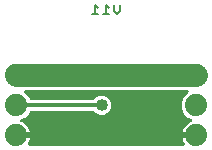
<source format=gbr>
G04 EAGLE Gerber RS-274X export*
G75*
%MOMM*%
%FSLAX34Y34*%
%LPD*%
%INBottom Copper*%
%IPPOS*%
%AMOC8*
5,1,8,0,0,1.08239X$1,22.5*%
G01*
%ADD10C,0.203200*%
%ADD11C,1.879600*%
%ADD12C,1.905000*%
%ADD13C,1.016000*%
%ADD14C,0.304800*%

G36*
X154165Y4070D02*
X154165Y4070D01*
X154205Y4067D01*
X154323Y4090D01*
X154441Y4105D01*
X154478Y4119D01*
X154517Y4127D01*
X154626Y4178D01*
X154737Y4222D01*
X154769Y4245D01*
X154805Y4262D01*
X154897Y4338D01*
X154994Y4408D01*
X155020Y4439D01*
X155050Y4464D01*
X155121Y4561D01*
X155197Y4653D01*
X155214Y4689D01*
X155238Y4722D01*
X155282Y4833D01*
X155333Y4941D01*
X155340Y4980D01*
X155355Y5017D01*
X155370Y5136D01*
X155392Y5253D01*
X155390Y5293D01*
X155395Y5333D01*
X155380Y5452D01*
X155373Y5571D01*
X155360Y5609D01*
X155355Y5648D01*
X155312Y5760D01*
X155275Y5873D01*
X155253Y5907D01*
X155239Y5944D01*
X155153Y6080D01*
X154889Y6443D01*
X154036Y8117D01*
X153455Y9904D01*
X153415Y10161D01*
X163830Y10161D01*
X163948Y10176D01*
X164067Y10183D01*
X164105Y10196D01*
X164145Y10201D01*
X164256Y10244D01*
X164369Y10281D01*
X164403Y10303D01*
X164441Y10318D01*
X164537Y10388D01*
X164638Y10451D01*
X164666Y10481D01*
X164698Y10504D01*
X164774Y10596D01*
X164856Y10683D01*
X164875Y10718D01*
X164901Y10749D01*
X164952Y10857D01*
X165009Y10961D01*
X165020Y11001D01*
X165037Y11037D01*
X165059Y11154D01*
X165089Y11269D01*
X165093Y11330D01*
X165097Y11350D01*
X165095Y11370D01*
X165099Y11430D01*
X165099Y13970D01*
X165084Y14088D01*
X165077Y14207D01*
X165064Y14245D01*
X165059Y14285D01*
X165015Y14396D01*
X164979Y14509D01*
X164957Y14544D01*
X164942Y14581D01*
X164872Y14677D01*
X164809Y14778D01*
X164779Y14806D01*
X164755Y14839D01*
X164664Y14914D01*
X164577Y14996D01*
X164542Y15016D01*
X164510Y15041D01*
X164403Y15092D01*
X164298Y15150D01*
X164259Y15160D01*
X164223Y15177D01*
X164106Y15199D01*
X163991Y15229D01*
X163930Y15233D01*
X163910Y15237D01*
X163890Y15235D01*
X163830Y15239D01*
X153415Y15239D01*
X153455Y15496D01*
X154036Y17283D01*
X154889Y18957D01*
X155994Y20478D01*
X157322Y21806D01*
X158843Y22911D01*
X160517Y23764D01*
X160982Y23915D01*
X161009Y23928D01*
X161038Y23935D01*
X161153Y23995D01*
X161270Y24050D01*
X161293Y24069D01*
X161319Y24083D01*
X161415Y24171D01*
X161515Y24253D01*
X161532Y24277D01*
X161554Y24297D01*
X161625Y24406D01*
X161702Y24510D01*
X161713Y24538D01*
X161729Y24563D01*
X161771Y24685D01*
X161819Y24806D01*
X161823Y24836D01*
X161832Y24864D01*
X161843Y24993D01*
X161859Y25122D01*
X161855Y25151D01*
X161858Y25181D01*
X161835Y25309D01*
X161819Y25437D01*
X161808Y25465D01*
X161803Y25494D01*
X161750Y25612D01*
X161702Y25733D01*
X161685Y25757D01*
X161673Y25784D01*
X161592Y25885D01*
X161516Y25990D01*
X161493Y26009D01*
X161474Y26033D01*
X161371Y26110D01*
X161271Y26193D01*
X161244Y26206D01*
X161220Y26224D01*
X161075Y26295D01*
X158050Y27548D01*
X154548Y31050D01*
X152653Y35624D01*
X152653Y40576D01*
X154548Y45150D01*
X158157Y48760D01*
X158242Y48869D01*
X158331Y48976D01*
X158340Y48995D01*
X158352Y49011D01*
X158408Y49139D01*
X158467Y49264D01*
X158470Y49284D01*
X158478Y49303D01*
X158500Y49441D01*
X158526Y49577D01*
X158525Y49597D01*
X158528Y49617D01*
X158515Y49756D01*
X158507Y49894D01*
X158500Y49913D01*
X158499Y49933D01*
X158451Y50065D01*
X158409Y50196D01*
X158398Y50214D01*
X158391Y50233D01*
X158313Y50348D01*
X158238Y50465D01*
X158224Y50479D01*
X158212Y50496D01*
X158108Y50588D01*
X158007Y50683D01*
X157989Y50693D01*
X157974Y50706D01*
X157850Y50770D01*
X157728Y50837D01*
X157709Y50842D01*
X157691Y50851D01*
X157555Y50881D01*
X157420Y50916D01*
X157392Y50918D01*
X157380Y50921D01*
X157360Y50920D01*
X157260Y50926D01*
X20540Y50926D01*
X20403Y50909D01*
X20264Y50896D01*
X20245Y50889D01*
X20225Y50886D01*
X20096Y50835D01*
X19965Y50788D01*
X19948Y50777D01*
X19929Y50769D01*
X19817Y50688D01*
X19702Y50610D01*
X19688Y50594D01*
X19672Y50583D01*
X19583Y50475D01*
X19491Y50371D01*
X19482Y50353D01*
X19469Y50338D01*
X19410Y50212D01*
X19346Y50088D01*
X19342Y50068D01*
X19333Y50050D01*
X19307Y49914D01*
X19277Y49778D01*
X19277Y49757D01*
X19274Y49738D01*
X19282Y49599D01*
X19286Y49460D01*
X19292Y49440D01*
X19293Y49420D01*
X19336Y49288D01*
X19375Y49154D01*
X19385Y49137D01*
X19391Y49118D01*
X19466Y49000D01*
X19536Y48880D01*
X19555Y48859D01*
X19562Y48849D01*
X19577Y48835D01*
X19643Y48760D01*
X23252Y45150D01*
X23912Y43558D01*
X23926Y43532D01*
X23935Y43504D01*
X24005Y43394D01*
X24069Y43282D01*
X24090Y43260D01*
X24105Y43235D01*
X24200Y43147D01*
X24290Y43053D01*
X24316Y43038D01*
X24337Y43018D01*
X24451Y42955D01*
X24561Y42887D01*
X24590Y42878D01*
X24616Y42864D01*
X24741Y42832D01*
X24865Y42793D01*
X24895Y42792D01*
X24923Y42785D01*
X25084Y42774D01*
X77565Y42774D01*
X77663Y42787D01*
X77762Y42790D01*
X77820Y42807D01*
X77881Y42814D01*
X77973Y42851D01*
X78068Y42878D01*
X78120Y42909D01*
X78176Y42931D01*
X78256Y42989D01*
X78342Y43040D01*
X78417Y43106D01*
X78434Y43118D01*
X78441Y43127D01*
X78463Y43146D01*
X80409Y45093D01*
X83397Y46330D01*
X86631Y46330D01*
X89618Y45093D01*
X91905Y42806D01*
X93143Y39819D01*
X93143Y36585D01*
X91905Y33597D01*
X89618Y31310D01*
X86631Y30073D01*
X83397Y30073D01*
X80409Y31310D01*
X78463Y33257D01*
X78384Y33318D01*
X78312Y33386D01*
X78259Y33415D01*
X78211Y33452D01*
X78120Y33491D01*
X78034Y33539D01*
X77975Y33554D01*
X77919Y33578D01*
X77821Y33594D01*
X77726Y33619D01*
X77626Y33625D01*
X77605Y33628D01*
X77593Y33627D01*
X77565Y33629D01*
X25168Y33629D01*
X25139Y33625D01*
X25110Y33628D01*
X24981Y33605D01*
X24853Y33589D01*
X24825Y33578D01*
X24796Y33573D01*
X24678Y33520D01*
X24557Y33472D01*
X24533Y33455D01*
X24506Y33443D01*
X24405Y33361D01*
X24300Y33285D01*
X24281Y33262D01*
X24258Y33244D01*
X24180Y33140D01*
X24097Y33040D01*
X24084Y33013D01*
X24067Y32990D01*
X23996Y32845D01*
X23252Y31050D01*
X19750Y27548D01*
X16725Y26295D01*
X16699Y26280D01*
X16670Y26271D01*
X16561Y26202D01*
X16448Y26137D01*
X16427Y26116D01*
X16402Y26100D01*
X16313Y26006D01*
X16220Y25916D01*
X16204Y25890D01*
X16184Y25869D01*
X16121Y25755D01*
X16054Y25645D01*
X16045Y25616D01*
X16031Y25590D01*
X15998Y25464D01*
X15960Y25341D01*
X15959Y25311D01*
X15951Y25282D01*
X15951Y25152D01*
X15945Y25023D01*
X15951Y24994D01*
X15951Y24964D01*
X15983Y24838D01*
X16009Y24712D01*
X16022Y24685D01*
X16030Y24656D01*
X16092Y24542D01*
X16149Y24426D01*
X16168Y24403D01*
X16183Y24377D01*
X16271Y24282D01*
X16355Y24184D01*
X16380Y24167D01*
X16400Y24145D01*
X16509Y24076D01*
X16615Y24001D01*
X16643Y23990D01*
X16669Y23974D01*
X16818Y23915D01*
X17283Y23764D01*
X18957Y22911D01*
X20478Y21806D01*
X21806Y20478D01*
X22911Y18957D01*
X23764Y17283D01*
X24345Y15496D01*
X24385Y15239D01*
X13970Y15239D01*
X13852Y15224D01*
X13733Y15217D01*
X13695Y15204D01*
X13655Y15199D01*
X13544Y15156D01*
X13431Y15119D01*
X13397Y15097D01*
X13359Y15082D01*
X13263Y15012D01*
X13162Y14949D01*
X13134Y14919D01*
X13102Y14895D01*
X13026Y14804D01*
X12944Y14717D01*
X12925Y14682D01*
X12899Y14651D01*
X12848Y14543D01*
X12791Y14439D01*
X12780Y14399D01*
X12763Y14363D01*
X12741Y14246D01*
X12711Y14131D01*
X12707Y14070D01*
X12703Y14050D01*
X12705Y14030D01*
X12701Y13970D01*
X12701Y11430D01*
X12716Y11312D01*
X12723Y11193D01*
X12736Y11155D01*
X12741Y11114D01*
X12785Y11004D01*
X12821Y10891D01*
X12843Y10856D01*
X12858Y10819D01*
X12928Y10723D01*
X12991Y10622D01*
X13021Y10594D01*
X13045Y10561D01*
X13136Y10486D01*
X13223Y10404D01*
X13258Y10384D01*
X13290Y10359D01*
X13397Y10308D01*
X13502Y10250D01*
X13541Y10240D01*
X13577Y10223D01*
X13694Y10201D01*
X13809Y10171D01*
X13870Y10167D01*
X13890Y10163D01*
X13910Y10165D01*
X13970Y10161D01*
X24385Y10161D01*
X24345Y9904D01*
X23764Y8117D01*
X22911Y6443D01*
X22647Y6080D01*
X22628Y6045D01*
X22603Y6015D01*
X22552Y5906D01*
X22494Y5801D01*
X22484Y5763D01*
X22467Y5727D01*
X22445Y5609D01*
X22415Y5493D01*
X22415Y5454D01*
X22408Y5414D01*
X22415Y5295D01*
X22415Y5175D01*
X22425Y5137D01*
X22427Y5097D01*
X22464Y4983D01*
X22494Y4867D01*
X22513Y4832D01*
X22525Y4795D01*
X22589Y4694D01*
X22647Y4589D01*
X22674Y4559D01*
X22695Y4526D01*
X22783Y4444D01*
X22865Y4357D01*
X22898Y4335D01*
X22927Y4308D01*
X23032Y4250D01*
X23133Y4186D01*
X23171Y4174D01*
X23206Y4154D01*
X23321Y4125D01*
X23435Y4087D01*
X23475Y4085D01*
X23514Y4075D01*
X23674Y4065D01*
X154126Y4065D01*
X154165Y4070D01*
G37*
D10*
X100584Y123451D02*
X100584Y118028D01*
X97872Y115316D01*
X95161Y118028D01*
X95161Y123451D01*
X91229Y120739D02*
X88517Y123451D01*
X88517Y115316D01*
X85806Y115316D02*
X91229Y115316D01*
X81874Y120739D02*
X79162Y123451D01*
X79162Y115316D01*
X81874Y115316D02*
X76450Y115316D01*
D11*
X12700Y12700D03*
X12700Y38100D03*
X12700Y63500D03*
X165100Y12700D03*
X165100Y38100D03*
X165100Y63500D03*
D12*
X12700Y63500D01*
D13*
X85014Y38202D03*
D14*
X12802Y38202D02*
X12700Y38100D01*
X12802Y38202D02*
X85014Y38202D01*
M02*

</source>
